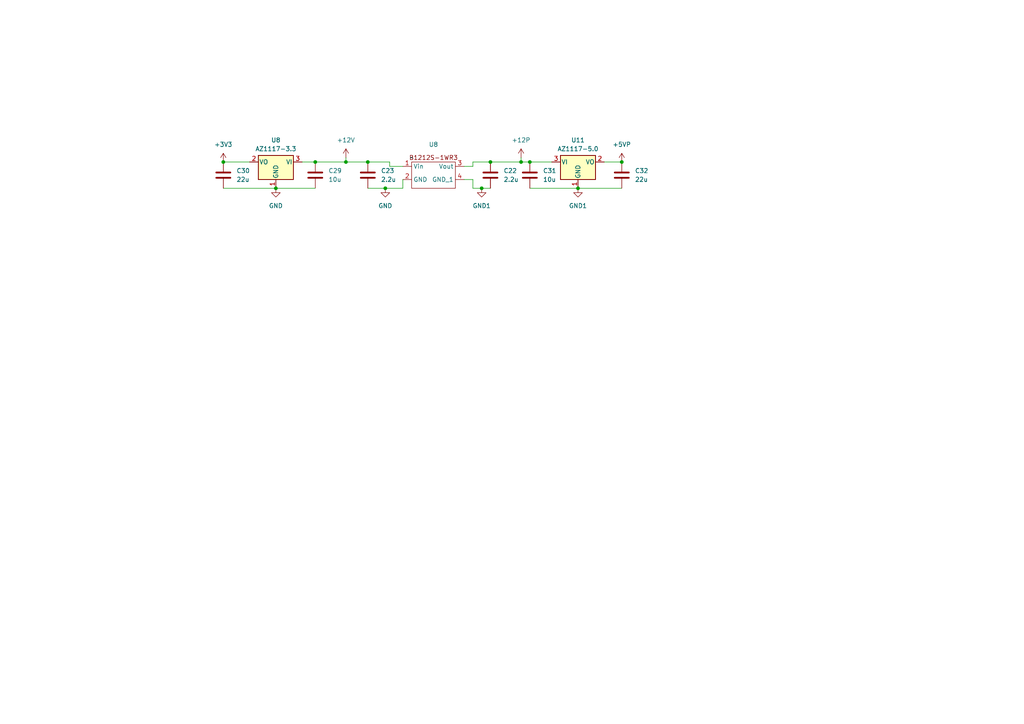
<source format=kicad_sch>
(kicad_sch (version 20230121) (generator eeschema)

  (uuid 8118a6ed-210d-43bd-99cd-dd4b574b5b68)

  (paper "A4")

  (lib_symbols
    (symbol "DC-DC-isolated:B0312S-1WR3" (in_bom yes) (on_board yes)
      (property "Reference" "U" (at 0 2.54 0)
        (effects (font (size 1.27 1.27)))
      )
      (property "Value" "" (at 0 0 0)
        (effects (font (size 1.27 1.27)))
      )
      (property "Footprint" "" (at 0 0 0)
        (effects (font (size 1.27 1.27)) hide)
      )
      (property "Datasheet" "" (at 0 0 0)
        (effects (font (size 1.27 1.27)) hide)
      )
      (symbol "B0312S-1WR3_0_1"
        (rectangle (start 0 -1.27) (end 12.7 -8.89)
          (stroke (width 0) (type default))
          (fill (type none))
        )
      )
      (symbol "B0312S-1WR3_1_1"
        (text "B1212S-1WR3" (at 6.35 0 0)
          (effects (font (size 1.27 1.27)))
        )
        (pin input line (at -2.54 -2.54 0) (length 2.54)
          (name "Vin" (effects (font (size 1.27 1.27))))
          (number "1" (effects (font (size 1.27 1.27))))
        )
        (pin input line (at -2.54 -6.35 0) (length 2.54)
          (name "GND" (effects (font (size 1.27 1.27))))
          (number "2" (effects (font (size 1.27 1.27))))
        )
        (pin input line (at 15.24 -2.54 180) (length 2.54)
          (name "Vout" (effects (font (size 1.27 1.27))))
          (number "3" (effects (font (size 1.27 1.27))))
        )
        (pin input line (at 15.24 -6.35 180) (length 2.54)
          (name "GND_1" (effects (font (size 1.27 1.27))))
          (number "4" (effects (font (size 1.27 1.27))))
        )
      )
    )
    (symbol "Device:C" (pin_numbers hide) (pin_names (offset 0.254)) (in_bom yes) (on_board yes)
      (property "Reference" "C" (at 0.635 2.54 0)
        (effects (font (size 1.27 1.27)) (justify left))
      )
      (property "Value" "C" (at 0.635 -2.54 0)
        (effects (font (size 1.27 1.27)) (justify left))
      )
      (property "Footprint" "" (at 0.9652 -3.81 0)
        (effects (font (size 1.27 1.27)) hide)
      )
      (property "Datasheet" "~" (at 0 0 0)
        (effects (font (size 1.27 1.27)) hide)
      )
      (property "ki_keywords" "cap capacitor" (at 0 0 0)
        (effects (font (size 1.27 1.27)) hide)
      )
      (property "ki_description" "Unpolarized capacitor" (at 0 0 0)
        (effects (font (size 1.27 1.27)) hide)
      )
      (property "ki_fp_filters" "C_*" (at 0 0 0)
        (effects (font (size 1.27 1.27)) hide)
      )
      (symbol "C_0_1"
        (polyline
          (pts
            (xy -2.032 -0.762)
            (xy 2.032 -0.762)
          )
          (stroke (width 0.508) (type default))
          (fill (type none))
        )
        (polyline
          (pts
            (xy -2.032 0.762)
            (xy 2.032 0.762)
          )
          (stroke (width 0.508) (type default))
          (fill (type none))
        )
      )
      (symbol "C_1_1"
        (pin passive line (at 0 3.81 270) (length 2.794)
          (name "~" (effects (font (size 1.27 1.27))))
          (number "1" (effects (font (size 1.27 1.27))))
        )
        (pin passive line (at 0 -3.81 90) (length 2.794)
          (name "~" (effects (font (size 1.27 1.27))))
          (number "2" (effects (font (size 1.27 1.27))))
        )
      )
    )
    (symbol "Regulator_Linear:AZ1117-3.3" (pin_names (offset 0.254)) (in_bom yes) (on_board yes)
      (property "Reference" "U" (at -3.81 3.175 0)
        (effects (font (size 1.27 1.27)))
      )
      (property "Value" "AZ1117-3.3" (at 0 3.175 0)
        (effects (font (size 1.27 1.27)) (justify left))
      )
      (property "Footprint" "" (at 0 6.35 0)
        (effects (font (size 1.27 1.27) italic) hide)
      )
      (property "Datasheet" "https://www.diodes.com/assets/Datasheets/AZ1117.pdf" (at 0 0 0)
        (effects (font (size 1.27 1.27)) hide)
      )
      (property "ki_keywords" "Fixed Voltage Regulator 1A Positive LDO" (at 0 0 0)
        (effects (font (size 1.27 1.27)) hide)
      )
      (property "ki_description" "1A 20V Fixed LDO Linear Regulator, 3.3V, SOT-89/SOT-223/TO-220/TO-252/TO-263" (at 0 0 0)
        (effects (font (size 1.27 1.27)) hide)
      )
      (property "ki_fp_filters" "SOT?223* SOT?89* TO?220* TO?252* TO?263*" (at 0 0 0)
        (effects (font (size 1.27 1.27)) hide)
      )
      (symbol "AZ1117-3.3_0_1"
        (rectangle (start -5.08 1.905) (end 5.08 -5.08)
          (stroke (width 0.254) (type default))
          (fill (type background))
        )
      )
      (symbol "AZ1117-3.3_1_1"
        (pin power_in line (at 0 -7.62 90) (length 2.54)
          (name "GND" (effects (font (size 1.27 1.27))))
          (number "1" (effects (font (size 1.27 1.27))))
        )
        (pin power_out line (at 7.62 0 180) (length 2.54)
          (name "VO" (effects (font (size 1.27 1.27))))
          (number "2" (effects (font (size 1.27 1.27))))
        )
        (pin power_in line (at -7.62 0 0) (length 2.54)
          (name "VI" (effects (font (size 1.27 1.27))))
          (number "3" (effects (font (size 1.27 1.27))))
        )
      )
    )
    (symbol "Regulator_Linear:AZ1117-5.0" (pin_names (offset 0.254)) (in_bom yes) (on_board yes)
      (property "Reference" "U" (at -3.81 3.175 0)
        (effects (font (size 1.27 1.27)))
      )
      (property "Value" "AZ1117-5.0" (at 0 3.175 0)
        (effects (font (size 1.27 1.27)) (justify left))
      )
      (property "Footprint" "" (at 0 6.35 0)
        (effects (font (size 1.27 1.27) italic) hide)
      )
      (property "Datasheet" "https://www.diodes.com/assets/Datasheets/AZ1117.pdf" (at 0 0 0)
        (effects (font (size 1.27 1.27)) hide)
      )
      (property "ki_keywords" "Fixed Voltage Regulator 1A Positive LDO" (at 0 0 0)
        (effects (font (size 1.27 1.27)) hide)
      )
      (property "ki_description" "1A 20V Fixed LDO Linear Regulator, 5.0V, SOT-89/SOT-223/TO-220/TO-252/TO-263" (at 0 0 0)
        (effects (font (size 1.27 1.27)) hide)
      )
      (property "ki_fp_filters" "SOT?223* SOT?89* TO?220* TO?252* TO?263*" (at 0 0 0)
        (effects (font (size 1.27 1.27)) hide)
      )
      (symbol "AZ1117-5.0_0_1"
        (rectangle (start -5.08 1.905) (end 5.08 -5.08)
          (stroke (width 0.254) (type default))
          (fill (type background))
        )
      )
      (symbol "AZ1117-5.0_1_1"
        (pin power_in line (at 0 -7.62 90) (length 2.54)
          (name "GND" (effects (font (size 1.27 1.27))))
          (number "1" (effects (font (size 1.27 1.27))))
        )
        (pin power_out line (at 7.62 0 180) (length 2.54)
          (name "VO" (effects (font (size 1.27 1.27))))
          (number "2" (effects (font (size 1.27 1.27))))
        )
        (pin power_in line (at -7.62 0 0) (length 2.54)
          (name "VI" (effects (font (size 1.27 1.27))))
          (number "3" (effects (font (size 1.27 1.27))))
        )
      )
    )
    (symbol "power:+12P" (power) (pin_names (offset 0)) (in_bom yes) (on_board yes)
      (property "Reference" "#PWR" (at 0 -3.81 0)
        (effects (font (size 1.27 1.27)) hide)
      )
      (property "Value" "+12P" (at 0 3.556 0)
        (effects (font (size 1.27 1.27)))
      )
      (property "Footprint" "" (at 0 0 0)
        (effects (font (size 1.27 1.27)) hide)
      )
      (property "Datasheet" "" (at 0 0 0)
        (effects (font (size 1.27 1.27)) hide)
      )
      (property "ki_keywords" "global power" (at 0 0 0)
        (effects (font (size 1.27 1.27)) hide)
      )
      (property "ki_description" "Power symbol creates a global label with name \"+12P\"" (at 0 0 0)
        (effects (font (size 1.27 1.27)) hide)
      )
      (symbol "+12P_0_1"
        (polyline
          (pts
            (xy -0.762 1.27)
            (xy 0 2.54)
          )
          (stroke (width 0) (type default))
          (fill (type none))
        )
        (polyline
          (pts
            (xy 0 0)
            (xy 0 2.54)
          )
          (stroke (width 0) (type default))
          (fill (type none))
        )
        (polyline
          (pts
            (xy 0 2.54)
            (xy 0.762 1.27)
          )
          (stroke (width 0) (type default))
          (fill (type none))
        )
      )
      (symbol "+12P_1_1"
        (pin power_in line (at 0 0 90) (length 0) hide
          (name "+12P" (effects (font (size 1.27 1.27))))
          (number "1" (effects (font (size 1.27 1.27))))
        )
      )
    )
    (symbol "power:+12V" (power) (pin_names (offset 0)) (in_bom yes) (on_board yes)
      (property "Reference" "#PWR" (at 0 -3.81 0)
        (effects (font (size 1.27 1.27)) hide)
      )
      (property "Value" "+12V" (at 0 3.556 0)
        (effects (font (size 1.27 1.27)))
      )
      (property "Footprint" "" (at 0 0 0)
        (effects (font (size 1.27 1.27)) hide)
      )
      (property "Datasheet" "" (at 0 0 0)
        (effects (font (size 1.27 1.27)) hide)
      )
      (property "ki_keywords" "global power" (at 0 0 0)
        (effects (font (size 1.27 1.27)) hide)
      )
      (property "ki_description" "Power symbol creates a global label with name \"+12V\"" (at 0 0 0)
        (effects (font (size 1.27 1.27)) hide)
      )
      (symbol "+12V_0_1"
        (polyline
          (pts
            (xy -0.762 1.27)
            (xy 0 2.54)
          )
          (stroke (width 0) (type default))
          (fill (type none))
        )
        (polyline
          (pts
            (xy 0 0)
            (xy 0 2.54)
          )
          (stroke (width 0) (type default))
          (fill (type none))
        )
        (polyline
          (pts
            (xy 0 2.54)
            (xy 0.762 1.27)
          )
          (stroke (width 0) (type default))
          (fill (type none))
        )
      )
      (symbol "+12V_1_1"
        (pin power_in line (at 0 0 90) (length 0) hide
          (name "+12V" (effects (font (size 1.27 1.27))))
          (number "1" (effects (font (size 1.27 1.27))))
        )
      )
    )
    (symbol "power:+3V3" (power) (pin_names (offset 0)) (in_bom yes) (on_board yes)
      (property "Reference" "#PWR" (at 0 -3.81 0)
        (effects (font (size 1.27 1.27)) hide)
      )
      (property "Value" "+3V3" (at 0 3.556 0)
        (effects (font (size 1.27 1.27)))
      )
      (property "Footprint" "" (at 0 0 0)
        (effects (font (size 1.27 1.27)) hide)
      )
      (property "Datasheet" "" (at 0 0 0)
        (effects (font (size 1.27 1.27)) hide)
      )
      (property "ki_keywords" "global power" (at 0 0 0)
        (effects (font (size 1.27 1.27)) hide)
      )
      (property "ki_description" "Power symbol creates a global label with name \"+3V3\"" (at 0 0 0)
        (effects (font (size 1.27 1.27)) hide)
      )
      (symbol "+3V3_0_1"
        (polyline
          (pts
            (xy -0.762 1.27)
            (xy 0 2.54)
          )
          (stroke (width 0) (type default))
          (fill (type none))
        )
        (polyline
          (pts
            (xy 0 0)
            (xy 0 2.54)
          )
          (stroke (width 0) (type default))
          (fill (type none))
        )
        (polyline
          (pts
            (xy 0 2.54)
            (xy 0.762 1.27)
          )
          (stroke (width 0) (type default))
          (fill (type none))
        )
      )
      (symbol "+3V3_1_1"
        (pin power_in line (at 0 0 90) (length 0) hide
          (name "+3V3" (effects (font (size 1.27 1.27))))
          (number "1" (effects (font (size 1.27 1.27))))
        )
      )
    )
    (symbol "power:+5VP" (power) (pin_names (offset 0)) (in_bom yes) (on_board yes)
      (property "Reference" "#PWR" (at 0 -3.81 0)
        (effects (font (size 1.27 1.27)) hide)
      )
      (property "Value" "+5VP" (at 0 3.556 0)
        (effects (font (size 1.27 1.27)))
      )
      (property "Footprint" "" (at 0 0 0)
        (effects (font (size 1.27 1.27)) hide)
      )
      (property "Datasheet" "" (at 0 0 0)
        (effects (font (size 1.27 1.27)) hide)
      )
      (property "ki_keywords" "global power" (at 0 0 0)
        (effects (font (size 1.27 1.27)) hide)
      )
      (property "ki_description" "Power symbol creates a global label with name \"+5VP\"" (at 0 0 0)
        (effects (font (size 1.27 1.27)) hide)
      )
      (symbol "+5VP_0_1"
        (polyline
          (pts
            (xy -0.762 1.27)
            (xy 0 2.54)
          )
          (stroke (width 0) (type default))
          (fill (type none))
        )
        (polyline
          (pts
            (xy 0 0)
            (xy 0 2.54)
          )
          (stroke (width 0) (type default))
          (fill (type none))
        )
        (polyline
          (pts
            (xy 0 2.54)
            (xy 0.762 1.27)
          )
          (stroke (width 0) (type default))
          (fill (type none))
        )
      )
      (symbol "+5VP_1_1"
        (pin power_in line (at 0 0 90) (length 0) hide
          (name "+5VP" (effects (font (size 1.27 1.27))))
          (number "1" (effects (font (size 1.27 1.27))))
        )
      )
    )
    (symbol "power:GND" (power) (pin_names (offset 0)) (in_bom yes) (on_board yes)
      (property "Reference" "#PWR" (at 0 -6.35 0)
        (effects (font (size 1.27 1.27)) hide)
      )
      (property "Value" "GND" (at 0 -3.81 0)
        (effects (font (size 1.27 1.27)))
      )
      (property "Footprint" "" (at 0 0 0)
        (effects (font (size 1.27 1.27)) hide)
      )
      (property "Datasheet" "" (at 0 0 0)
        (effects (font (size 1.27 1.27)) hide)
      )
      (property "ki_keywords" "global power" (at 0 0 0)
        (effects (font (size 1.27 1.27)) hide)
      )
      (property "ki_description" "Power symbol creates a global label with name \"GND\" , ground" (at 0 0 0)
        (effects (font (size 1.27 1.27)) hide)
      )
      (symbol "GND_0_1"
        (polyline
          (pts
            (xy 0 0)
            (xy 0 -1.27)
            (xy 1.27 -1.27)
            (xy 0 -2.54)
            (xy -1.27 -1.27)
            (xy 0 -1.27)
          )
          (stroke (width 0) (type default))
          (fill (type none))
        )
      )
      (symbol "GND_1_1"
        (pin power_in line (at 0 0 270) (length 0) hide
          (name "GND" (effects (font (size 1.27 1.27))))
          (number "1" (effects (font (size 1.27 1.27))))
        )
      )
    )
    (symbol "power:GND1" (power) (pin_names (offset 0)) (in_bom yes) (on_board yes)
      (property "Reference" "#PWR" (at 0 -6.35 0)
        (effects (font (size 1.27 1.27)) hide)
      )
      (property "Value" "GND1" (at 0 -3.81 0)
        (effects (font (size 1.27 1.27)))
      )
      (property "Footprint" "" (at 0 0 0)
        (effects (font (size 1.27 1.27)) hide)
      )
      (property "Datasheet" "" (at 0 0 0)
        (effects (font (size 1.27 1.27)) hide)
      )
      (property "ki_keywords" "global power" (at 0 0 0)
        (effects (font (size 1.27 1.27)) hide)
      )
      (property "ki_description" "Power symbol creates a global label with name \"GND1\" , ground" (at 0 0 0)
        (effects (font (size 1.27 1.27)) hide)
      )
      (symbol "GND1_0_1"
        (polyline
          (pts
            (xy 0 0)
            (xy 0 -1.27)
            (xy 1.27 -1.27)
            (xy 0 -2.54)
            (xy -1.27 -1.27)
            (xy 0 -1.27)
          )
          (stroke (width 0) (type default))
          (fill (type none))
        )
      )
      (symbol "GND1_1_1"
        (pin power_in line (at 0 0 270) (length 0) hide
          (name "GND1" (effects (font (size 1.27 1.27))))
          (number "1" (effects (font (size 1.27 1.27))))
        )
      )
    )
  )

  (junction (at 180.34 46.99) (diameter 0) (color 0 0 0 0)
    (uuid 0a299508-b14b-4b99-921e-0462b1fe00f7)
  )
  (junction (at 111.76 54.61) (diameter 0) (color 0 0 0 0)
    (uuid 1fe1c082-66de-481d-8987-f685404cdd7f)
  )
  (junction (at 80.01 54.61) (diameter 0) (color 0 0 0 0)
    (uuid 3b1f6698-22a8-4008-a844-0db7567581aa)
  )
  (junction (at 151.13 46.99) (diameter 0) (color 0 0 0 0)
    (uuid 5d30b25c-43b4-4b33-84dd-db45f0a2ee20)
  )
  (junction (at 106.68 46.99) (diameter 0) (color 0 0 0 0)
    (uuid 7a3a4b96-a8f4-4204-a9ac-e506a85740bc)
  )
  (junction (at 64.77 46.99) (diameter 0) (color 0 0 0 0)
    (uuid 924b8597-e255-4860-9f09-84ae25593e25)
  )
  (junction (at 167.64 54.61) (diameter 0) (color 0 0 0 0)
    (uuid bac3c14a-d20e-450a-8448-610de438a297)
  )
  (junction (at 142.24 46.99) (diameter 0) (color 0 0 0 0)
    (uuid bde98553-6421-4a77-bbc6-f498f3e10c3b)
  )
  (junction (at 91.44 46.99) (diameter 0) (color 0 0 0 0)
    (uuid d3549a15-f99c-4b74-8f21-aaa2e0504132)
  )
  (junction (at 153.67 46.99) (diameter 0) (color 0 0 0 0)
    (uuid e63b97aa-10a1-4281-aa4a-6a9185bd687c)
  )
  (junction (at 100.33 46.99) (diameter 0) (color 0 0 0 0)
    (uuid e940e74c-23a7-4e38-afde-bd86ee1d54bb)
  )
  (junction (at 139.7 54.61) (diameter 0) (color 0 0 0 0)
    (uuid f17e2e57-5360-42b7-bea9-d978a8a0d776)
  )

  (wire (pts (xy 137.16 46.99) (xy 142.24 46.99))
    (stroke (width 0) (type default))
    (uuid 1222b076-fbef-4c93-9381-54ec1d0a7139)
  )
  (wire (pts (xy 116.84 52.07) (xy 116.84 54.61))
    (stroke (width 0) (type default))
    (uuid 19692bda-bcf5-40ef-8c89-b1f3cf91cc2f)
  )
  (wire (pts (xy 64.77 54.61) (xy 80.01 54.61))
    (stroke (width 0) (type default))
    (uuid 1bb4c7e6-d936-491a-983b-3bf33edc43fc)
  )
  (wire (pts (xy 80.01 54.61) (xy 91.44 54.61))
    (stroke (width 0) (type default))
    (uuid 1bd5f57e-de66-4797-95ca-687348654472)
  )
  (wire (pts (xy 113.03 48.26) (xy 113.03 46.99))
    (stroke (width 0) (type default))
    (uuid 2fad7b67-9caa-4e8c-9ba7-07c17f34ab61)
  )
  (wire (pts (xy 142.24 54.61) (xy 139.7 54.61))
    (stroke (width 0) (type default))
    (uuid 3238562d-b764-462d-8c2e-23704046144c)
  )
  (wire (pts (xy 137.16 52.07) (xy 134.62 52.07))
    (stroke (width 0) (type default))
    (uuid 3f5b1fcc-dbba-49ed-ab21-ad3221c8e455)
  )
  (wire (pts (xy 91.44 46.99) (xy 100.33 46.99))
    (stroke (width 0) (type default))
    (uuid 45998896-b36b-4325-a869-5cf612f7508d)
  )
  (wire (pts (xy 100.33 45.72) (xy 100.33 46.99))
    (stroke (width 0) (type default))
    (uuid 460faae2-1a8b-4062-901f-c47d40f4a82b)
  )
  (wire (pts (xy 151.13 45.72) (xy 151.13 46.99))
    (stroke (width 0) (type default))
    (uuid 55e6c24b-c868-496f-bb57-7964c280c4d2)
  )
  (wire (pts (xy 100.33 46.99) (xy 106.68 46.99))
    (stroke (width 0) (type default))
    (uuid 56f10c58-b8e6-4cc5-8da1-2dc8e3ee4f8e)
  )
  (wire (pts (xy 137.16 54.61) (xy 137.16 52.07))
    (stroke (width 0) (type default))
    (uuid 5e4fef96-531b-4dc6-af1f-0b7a77bd7c3a)
  )
  (wire (pts (xy 137.16 48.26) (xy 137.16 46.99))
    (stroke (width 0) (type default))
    (uuid 605627ce-37ec-4173-a638-a6f0ffb0a495)
  )
  (wire (pts (xy 167.64 54.61) (xy 180.34 54.61))
    (stroke (width 0) (type default))
    (uuid 671122d8-31a3-4069-b0f5-70eef4ecd78d)
  )
  (wire (pts (xy 153.67 54.61) (xy 167.64 54.61))
    (stroke (width 0) (type default))
    (uuid 7408b76c-8300-49d2-b032-cc6e4e2513c4)
  )
  (wire (pts (xy 153.67 46.99) (xy 160.02 46.99))
    (stroke (width 0) (type default))
    (uuid 874800cb-549b-4c4e-ab26-782bd784e5ea)
  )
  (wire (pts (xy 116.84 54.61) (xy 111.76 54.61))
    (stroke (width 0) (type default))
    (uuid 95968d78-0536-41c9-83b2-36a164a0fcd4)
  )
  (wire (pts (xy 87.63 46.99) (xy 91.44 46.99))
    (stroke (width 0) (type default))
    (uuid 987293ca-0148-4b75-bb37-c01780562e58)
  )
  (wire (pts (xy 175.26 46.99) (xy 180.34 46.99))
    (stroke (width 0) (type default))
    (uuid 9fa46cb0-f2b9-4f42-a477-f2c06c6117d3)
  )
  (wire (pts (xy 64.77 46.99) (xy 72.39 46.99))
    (stroke (width 0) (type default))
    (uuid b9a0edab-887c-436c-91c2-4b066bd4ebbd)
  )
  (wire (pts (xy 111.76 54.61) (xy 106.68 54.61))
    (stroke (width 0) (type default))
    (uuid ce535be5-0ec8-4b80-8c98-cc6a8eac10a1)
  )
  (wire (pts (xy 142.24 46.99) (xy 151.13 46.99))
    (stroke (width 0) (type default))
    (uuid dace6645-e48c-4f16-967b-d75460e47eae)
  )
  (wire (pts (xy 139.7 54.61) (xy 137.16 54.61))
    (stroke (width 0) (type default))
    (uuid df0a0135-bdea-41bb-9198-b7e599eaf3f7)
  )
  (wire (pts (xy 151.13 46.99) (xy 153.67 46.99))
    (stroke (width 0) (type default))
    (uuid e81c2be6-b0a8-420f-bdc7-e023f0e3bd4a)
  )
  (wire (pts (xy 134.62 48.26) (xy 137.16 48.26))
    (stroke (width 0) (type default))
    (uuid ed6e4d48-29da-4349-959d-3f477c9c5682)
  )
  (wire (pts (xy 116.84 48.26) (xy 113.03 48.26))
    (stroke (width 0) (type default))
    (uuid ee110203-18c8-4b84-80cc-654f15461ace)
  )
  (wire (pts (xy 106.68 46.99) (xy 113.03 46.99))
    (stroke (width 0) (type default))
    (uuid fc7934da-0ccb-406e-ac20-da73ac4df5dd)
  )

  (symbol (lib_id "Device:C") (at 180.34 50.8 0) (unit 1)
    (in_bom yes) (on_board yes) (dnp no) (fields_autoplaced)
    (uuid 115e5a7d-e250-4709-9cc7-0e3da15f225b)
    (property "Reference" "C32" (at 184.15 49.53 0)
      (effects (font (size 1.27 1.27)) (justify left))
    )
    (property "Value" "22u" (at 184.15 52.07 0)
      (effects (font (size 1.27 1.27)) (justify left))
    )
    (property "Footprint" "Capacitor_SMD:C_0603_1608Metric" (at 181.3052 54.61 0)
      (effects (font (size 1.27 1.27)) hide)
    )
    (property "Datasheet" "~" (at 180.34 50.8 0)
      (effects (font (size 1.27 1.27)) hide)
    )
    (property "MANUFACTURER" "KYOCERA AVX" (at 180.34 50.8 0)
      (effects (font (size 1.27 1.27)) hide)
    )
    (property "MP" "KGM15CR51C226MT" (at 180.34 50.8 0)
      (effects (font (size 1.27 1.27)) hide)
    )
    (property "Price" ".42" (at 180.34 50.8 0)
      (effects (font (size 1.27 1.27)) hide)
    )
    (property "Purchase-URL" "https://www.digikey.com/en/products/detail/kyocera-avx/KGM15CR51C226MT/17866383" (at 180.34 50.8 0)
      (effects (font (size 1.27 1.27)) hide)
    )
    (pin "2" (uuid 67dd7607-865e-4a83-a979-bd78e5112df8))
    (pin "1" (uuid ba37f03d-36f6-4b45-bf5e-c4bdd6eac813))
    (instances
      (project "BOAT_PRECHARGE"
        (path "/c4ed734f-176c-45d7-ab79-c9e7fb5edfed/d78e2912-80dd-49e0-96da-776aa1ded561"
          (reference "C32") (unit 1)
        )
      )
    )
  )

  (symbol (lib_id "Device:C") (at 64.77 50.8 0) (unit 1)
    (in_bom yes) (on_board yes) (dnp no) (fields_autoplaced)
    (uuid 4b09b277-b511-4d8c-be48-c8fb2c65e16d)
    (property "Reference" "C30" (at 68.58 49.53 0)
      (effects (font (size 1.27 1.27)) (justify left))
    )
    (property "Value" "22u" (at 68.58 52.07 0)
      (effects (font (size 1.27 1.27)) (justify left))
    )
    (property "Footprint" "Capacitor_SMD:C_0603_1608Metric" (at 65.7352 54.61 0)
      (effects (font (size 1.27 1.27)) hide)
    )
    (property "Datasheet" "~" (at 64.77 50.8 0)
      (effects (font (size 1.27 1.27)) hide)
    )
    (property "MANUFACTURER" "KYOCERA AVX" (at 64.77 50.8 0)
      (effects (font (size 1.27 1.27)) hide)
    )
    (property "MP" "KGM15CR51C226MT" (at 64.77 50.8 0)
      (effects (font (size 1.27 1.27)) hide)
    )
    (property "Price" ".42" (at 64.77 50.8 0)
      (effects (font (size 1.27 1.27)) hide)
    )
    (property "Purchase-URL" "https://www.digikey.com/en/products/detail/kyocera-avx/KGM15CR51C226MT/17866383" (at 64.77 50.8 0)
      (effects (font (size 1.27 1.27)) hide)
    )
    (pin "2" (uuid afea4fbb-297a-4139-9db8-1f01be7c7959))
    (pin "1" (uuid 8068c255-509a-4a6d-b135-ab6d7c3afc63))
    (instances
      (project "BOAT_PRECHARGE"
        (path "/c4ed734f-176c-45d7-ab79-c9e7fb5edfed/d78e2912-80dd-49e0-96da-776aa1ded561"
          (reference "C30") (unit 1)
        )
      )
    )
  )

  (symbol (lib_id "DC-DC-isolated:B0312S-1WR3") (at 119.38 45.72 0) (unit 1)
    (in_bom yes) (on_board yes) (dnp no) (fields_autoplaced)
    (uuid 67c42823-619c-44d4-a00c-14073dbac04d)
    (property "Reference" "U8" (at 125.73 41.91 0)
      (effects (font (size 1.27 1.27)))
    )
    (property "Value" "~" (at 119.38 45.72 0)
      (effects (font (size 1.27 1.27)))
    )
    (property "Footprint" "BOAT_PRECHARGE:B1212S-1WR3" (at 119.38 45.72 0)
      (effects (font (size 1.27 1.27)) hide)
    )
    (property "Datasheet" "" (at 119.38 45.72 0)
      (effects (font (size 1.27 1.27)) hide)
    )
    (property "MANUFACTURER" "Morsun" (at 119.38 45.72 0)
      (effects (font (size 1.27 1.27)) hide)
    )
    (property "MP" "B1212S-1WR3" (at 119.38 45.72 0)
      (effects (font (size 1.27 1.27)) hide)
    )
    (property "Price" "2.91" (at 119.38 45.72 0)
      (effects (font (size 1.27 1.27)) hide)
    )
    (property "Purchase-URL" "https://www.digikey.com/en/products/detail/mornsun-america-llc/B1212S-1WR3/13968708?s=N4IgTCBcDaIEIEYxIMoFoEHUBKBmEAugL5A" (at 119.38 45.72 0)
      (effects (font (size 1.27 1.27)) hide)
    )
    (pin "1" (uuid fb7ec703-63cf-4a16-9883-eafb8e80ac2b))
    (pin "4" (uuid 6c731dd8-b9f9-4912-9ace-0e6dd27d1c75))
    (pin "3" (uuid e1909914-2665-43d7-bd66-0d4a549ba291))
    (pin "2" (uuid fdcfd421-0ec7-46d0-a6bc-82e58c196994))
    (instances
      (project "BOAT_PRECHARGE"
        (path "/c4ed734f-176c-45d7-ab79-c9e7fb5edfed/f99c2136-de3a-4668-9b1c-1f764092685b"
          (reference "U8") (unit 1)
        )
        (path "/c4ed734f-176c-45d7-ab79-c9e7fb5edfed/d78e2912-80dd-49e0-96da-776aa1ded561"
          (reference "U9") (unit 1)
        )
      )
    )
  )

  (symbol (lib_id "power:GND1") (at 167.64 54.61 0) (unit 1)
    (in_bom yes) (on_board yes) (dnp no) (fields_autoplaced)
    (uuid 6db34a46-ecba-4e10-9a6c-95ee6ff0fa08)
    (property "Reference" "#PWR074" (at 167.64 60.96 0)
      (effects (font (size 1.27 1.27)) hide)
    )
    (property "Value" "GND1" (at 167.64 59.69 0)
      (effects (font (size 1.27 1.27)))
    )
    (property "Footprint" "" (at 167.64 54.61 0)
      (effects (font (size 1.27 1.27)) hide)
    )
    (property "Datasheet" "" (at 167.64 54.61 0)
      (effects (font (size 1.27 1.27)) hide)
    )
    (pin "1" (uuid 01134fbe-c46e-4fb8-b81b-2f143f3574af))
    (instances
      (project "BOAT_PRECHARGE"
        (path "/c4ed734f-176c-45d7-ab79-c9e7fb5edfed/d78e2912-80dd-49e0-96da-776aa1ded561"
          (reference "#PWR074") (unit 1)
        )
      )
    )
  )

  (symbol (lib_id "Device:C") (at 91.44 50.8 0) (unit 1)
    (in_bom yes) (on_board yes) (dnp no) (fields_autoplaced)
    (uuid 70566d7d-0563-45fb-bac6-57ab3e8552ee)
    (property "Reference" "C29" (at 95.25 49.53 0)
      (effects (font (size 1.27 1.27)) (justify left))
    )
    (property "Value" "10u" (at 95.25 52.07 0)
      (effects (font (size 1.27 1.27)) (justify left))
    )
    (property "Footprint" "Capacitor_SMD:C_0603_1608Metric" (at 92.4052 54.61 0)
      (effects (font (size 1.27 1.27)) hide)
    )
    (property "Datasheet" "~" (at 91.44 50.8 0)
      (effects (font (size 1.27 1.27)) hide)
    )
    (property "MANUFACTURER" "Murata" (at 91.44 50.8 0)
      (effects (font (size 1.27 1.27)) hide)
    )
    (property "MP" "GRM188C81C106MA73D" (at 91.44 50.8 0)
      (effects (font (size 1.27 1.27)) hide)
    )
    (property "Price" ".25" (at 91.44 50.8 0)
      (effects (font (size 1.27 1.27)) hide)
    )
    (property "Purchase-URL" "https://www.digikey.com/en/products/detail/murata-electronics/GRM188C81C106MA73D/3900463" (at 91.44 50.8 0)
      (effects (font (size 1.27 1.27)) hide)
    )
    (pin "2" (uuid c46854a5-5ee2-451d-8353-05c370346be6))
    (pin "1" (uuid 6b37467e-ef56-4710-ae14-c09f9ecbb801))
    (instances
      (project "BOAT_PRECHARGE"
        (path "/c4ed734f-176c-45d7-ab79-c9e7fb5edfed/d78e2912-80dd-49e0-96da-776aa1ded561"
          (reference "C29") (unit 1)
        )
      )
    )
  )

  (symbol (lib_id "power:GND") (at 80.01 54.61 0) (unit 1)
    (in_bom yes) (on_board yes) (dnp no) (fields_autoplaced)
    (uuid 706673f8-aef0-4634-8acf-dbbe47c46292)
    (property "Reference" "#PWR072" (at 80.01 60.96 0)
      (effects (font (size 1.27 1.27)) hide)
    )
    (property "Value" "GND" (at 80.01 59.69 0)
      (effects (font (size 1.27 1.27)))
    )
    (property "Footprint" "" (at 80.01 54.61 0)
      (effects (font (size 1.27 1.27)) hide)
    )
    (property "Datasheet" "" (at 80.01 54.61 0)
      (effects (font (size 1.27 1.27)) hide)
    )
    (pin "1" (uuid 836f5959-ea9a-4ae0-9a10-64c2f440b9d7))
    (instances
      (project "BOAT_PRECHARGE"
        (path "/c4ed734f-176c-45d7-ab79-c9e7fb5edfed/d78e2912-80dd-49e0-96da-776aa1ded561"
          (reference "#PWR072") (unit 1)
        )
      )
    )
  )

  (symbol (lib_id "Device:C") (at 106.68 50.8 0) (unit 1)
    (in_bom yes) (on_board yes) (dnp no) (fields_autoplaced)
    (uuid 7ac9f5af-a55d-44a1-a2cd-496ada945b8b)
    (property "Reference" "C23" (at 110.49 49.53 0)
      (effects (font (size 1.27 1.27)) (justify left))
    )
    (property "Value" "2.2u" (at 110.49 52.07 0)
      (effects (font (size 1.27 1.27)) (justify left))
    )
    (property "Footprint" "Capacitor_SMD:C_0603_1608Metric" (at 107.6452 54.61 0)
      (effects (font (size 1.27 1.27)) hide)
    )
    (property "Datasheet" "~" (at 106.68 50.8 0)
      (effects (font (size 1.27 1.27)) hide)
    )
    (property "MANUFACTURER" "Samsung" (at 106.68 50.8 0)
      (effects (font (size 1.27 1.27)) hide)
    )
    (property "MP" "CL10A225KO8NNNC" (at 106.68 50.8 0)
      (effects (font (size 1.27 1.27)) hide)
    )
    (property "Price" ".10" (at 106.68 50.8 0)
      (effects (font (size 1.27 1.27)) hide)
    )
    (property "Purchase-URL" "https://www.digikey.com/en/products/detail/samsung-electro-mechanics/CL10A225KO8NNNC/3886698" (at 106.68 50.8 0)
      (effects (font (size 1.27 1.27)) hide)
    )
    (pin "2" (uuid 8cac2ae2-9667-4b0e-819a-31be194925d2))
    (pin "1" (uuid 96c06c23-eb7c-4764-a3b4-5d63f6dd46e8))
    (instances
      (project "BOAT_PRECHARGE"
        (path "/c4ed734f-176c-45d7-ab79-c9e7fb5edfed/d78e2912-80dd-49e0-96da-776aa1ded561"
          (reference "C23") (unit 1)
        )
      )
    )
  )

  (symbol (lib_id "power:GND") (at 111.76 54.61 0) (unit 1)
    (in_bom yes) (on_board yes) (dnp no) (fields_autoplaced)
    (uuid 7fc4810e-8418-4153-96c6-11a11bf19341)
    (property "Reference" "#PWR054" (at 111.76 60.96 0)
      (effects (font (size 1.27 1.27)) hide)
    )
    (property "Value" "GND" (at 111.76 59.69 0)
      (effects (font (size 1.27 1.27)))
    )
    (property "Footprint" "" (at 111.76 54.61 0)
      (effects (font (size 1.27 1.27)) hide)
    )
    (property "Datasheet" "" (at 111.76 54.61 0)
      (effects (font (size 1.27 1.27)) hide)
    )
    (pin "1" (uuid bbd72061-20fd-4aaa-9269-6e9256e45239))
    (instances
      (project "BOAT_PRECHARGE"
        (path "/c4ed734f-176c-45d7-ab79-c9e7fb5edfed/d78e2912-80dd-49e0-96da-776aa1ded561"
          (reference "#PWR054") (unit 1)
        )
      )
    )
  )

  (symbol (lib_id "power:+5VP") (at 180.34 46.99 0) (unit 1)
    (in_bom yes) (on_board yes) (dnp no) (fields_autoplaced)
    (uuid 94c24eab-c402-4fee-975e-09c6f7260126)
    (property "Reference" "#PWR075" (at 180.34 50.8 0)
      (effects (font (size 1.27 1.27)) hide)
    )
    (property "Value" "+5VP" (at 180.34 41.91 0)
      (effects (font (size 1.27 1.27)))
    )
    (property "Footprint" "" (at 180.34 46.99 0)
      (effects (font (size 1.27 1.27)) hide)
    )
    (property "Datasheet" "" (at 180.34 46.99 0)
      (effects (font (size 1.27 1.27)) hide)
    )
    (pin "1" (uuid f97c0d17-3661-4fc7-b2f1-72f10c8cc371))
    (instances
      (project "BOAT_PRECHARGE"
        (path "/c4ed734f-176c-45d7-ab79-c9e7fb5edfed/d78e2912-80dd-49e0-96da-776aa1ded561"
          (reference "#PWR075") (unit 1)
        )
      )
    )
  )

  (symbol (lib_id "power:GND1") (at 139.7 54.61 0) (unit 1)
    (in_bom yes) (on_board yes) (dnp no) (fields_autoplaced)
    (uuid 97b40cdc-6000-4e5e-8498-deaec18f2fc2)
    (property "Reference" "#PWR053" (at 139.7 60.96 0)
      (effects (font (size 1.27 1.27)) hide)
    )
    (property "Value" "GND1" (at 139.7 59.69 0)
      (effects (font (size 1.27 1.27)))
    )
    (property "Footprint" "" (at 139.7 54.61 0)
      (effects (font (size 1.27 1.27)) hide)
    )
    (property "Datasheet" "" (at 139.7 54.61 0)
      (effects (font (size 1.27 1.27)) hide)
    )
    (pin "1" (uuid d88e1699-f15b-4123-ae5e-d420c3fe09cb))
    (instances
      (project "BOAT_PRECHARGE"
        (path "/c4ed734f-176c-45d7-ab79-c9e7fb5edfed/d78e2912-80dd-49e0-96da-776aa1ded561"
          (reference "#PWR053") (unit 1)
        )
      )
    )
  )

  (symbol (lib_id "Device:C") (at 153.67 50.8 0) (unit 1)
    (in_bom yes) (on_board yes) (dnp no) (fields_autoplaced)
    (uuid 9aa033e7-318d-4535-8258-c30a26edb925)
    (property "Reference" "C31" (at 157.48 49.53 0)
      (effects (font (size 1.27 1.27)) (justify left))
    )
    (property "Value" "10u" (at 157.48 52.07 0)
      (effects (font (size 1.27 1.27)) (justify left))
    )
    (property "Footprint" "Capacitor_SMD:C_0603_1608Metric" (at 154.6352 54.61 0)
      (effects (font (size 1.27 1.27)) hide)
    )
    (property "Datasheet" "~" (at 153.67 50.8 0)
      (effects (font (size 1.27 1.27)) hide)
    )
    (property "MANUFACTURER" "Murata" (at 153.67 50.8 0)
      (effects (font (size 1.27 1.27)) hide)
    )
    (property "MP" "GRM188C81C106MA73D" (at 153.67 50.8 0)
      (effects (font (size 1.27 1.27)) hide)
    )
    (property "Price" ".25" (at 153.67 50.8 0)
      (effects (font (size 1.27 1.27)) hide)
    )
    (property "Purchase-URL" "https://www.digikey.com/en/products/detail/murata-electronics/GRM188C81C106MA73D/3900463" (at 153.67 50.8 0)
      (effects (font (size 1.27 1.27)) hide)
    )
    (pin "2" (uuid 75443ba8-4fc7-4681-bc4b-5d4860e2953b))
    (pin "1" (uuid ee1da371-ef89-4533-ac78-060beab27e6b))
    (instances
      (project "BOAT_PRECHARGE"
        (path "/c4ed734f-176c-45d7-ab79-c9e7fb5edfed/d78e2912-80dd-49e0-96da-776aa1ded561"
          (reference "C31") (unit 1)
        )
      )
    )
  )

  (symbol (lib_id "Regulator_Linear:AZ1117-5.0") (at 167.64 46.99 0) (unit 1)
    (in_bom yes) (on_board yes) (dnp no) (fields_autoplaced)
    (uuid a4653641-a6fd-4a20-997c-f1b90a1d2460)
    (property "Reference" "U11" (at 167.64 40.64 0)
      (effects (font (size 1.27 1.27)))
    )
    (property "Value" "AZ1117-5.0" (at 167.64 43.18 0)
      (effects (font (size 1.27 1.27)))
    )
    (property "Footprint" "Package_TO_SOT_SMD:SOT-223-3_TabPin2" (at 167.64 40.64 0)
      (effects (font (size 1.27 1.27) italic) hide)
    )
    (property "Datasheet" "https://www.diodes.com/assets/Datasheets/AZ1117.pdf" (at 167.64 46.99 0)
      (effects (font (size 1.27 1.27)) hide)
    )
    (property "MANUFACTURER" "Diodes Inc." (at 167.64 46.99 0)
      (effects (font (size 1.27 1.27)) hide)
    )
    (property "MP" "AZ1117H-5.0TRE1" (at 167.64 46.99 0)
      (effects (font (size 1.27 1.27)) hide)
    )
    (property "Price" ".48" (at 167.64 46.99 0)
      (effects (font (size 1.27 1.27)) hide)
    )
    (property "Purchase-URL" "https://www.digikey.com/en/products/detail/diodes-incorporated/AZ1117H-5.0TRE1/16538648?utm_adgroup=&utm_source=google&utm_medium=cpc&utm_campaign=Pmax_Shopping_Product_Silicon%20Valley%20Category%20Awareness&utm_term=&utm_content=&utm_id=go_cmp-20773039395_adg-_ad-__dev-c_ext-_prd-16538648_sig-EAIaIQobChMIwIPAg5i-hAMVUAqtBh2MKAFSEAQYASABEgLwQfD_BwE&gad_source=1&gclid=EAIaIQobChMIwIPAg5i-hAMVUAqtBh2MKAFSEAQYASABEgLwQfD_BwE" (at 167.64 46.99 0)
      (effects (font (size 1.27 1.27)) hide)
    )
    (pin "3" (uuid b82fe270-c187-47a9-bd58-c84ccbfecc82))
    (pin "2" (uuid 6406b1ac-e43e-4e8f-a27e-87cb427abb15))
    (pin "1" (uuid 63ce5e7c-eea5-4006-9110-248604bbab4a))
    (instances
      (project "BOAT_PRECHARGE"
        (path "/c4ed734f-176c-45d7-ab79-c9e7fb5edfed/d78e2912-80dd-49e0-96da-776aa1ded561"
          (reference "U11") (unit 1)
        )
      )
    )
  )

  (symbol (lib_id "power:+3V3") (at 64.77 46.99 0) (unit 1)
    (in_bom yes) (on_board yes) (dnp no) (fields_autoplaced)
    (uuid b3a78eee-beea-434c-8b52-5d910563cfb7)
    (property "Reference" "#PWR073" (at 64.77 50.8 0)
      (effects (font (size 1.27 1.27)) hide)
    )
    (property "Value" "+3V3" (at 64.77 41.91 0)
      (effects (font (size 1.27 1.27)))
    )
    (property "Footprint" "" (at 64.77 46.99 0)
      (effects (font (size 1.27 1.27)) hide)
    )
    (property "Datasheet" "" (at 64.77 46.99 0)
      (effects (font (size 1.27 1.27)) hide)
    )
    (pin "1" (uuid 797505d1-610a-4c0d-b91f-8cb965d27789))
    (instances
      (project "BOAT_PRECHARGE"
        (path "/c4ed734f-176c-45d7-ab79-c9e7fb5edfed/d78e2912-80dd-49e0-96da-776aa1ded561"
          (reference "#PWR073") (unit 1)
        )
      )
    )
  )

  (symbol (lib_id "power:+12V") (at 100.33 45.72 0) (unit 1)
    (in_bom yes) (on_board yes) (dnp no) (fields_autoplaced)
    (uuid bb97a746-d8e8-4229-baa6-48c44445a2b4)
    (property "Reference" "#PWR051" (at 100.33 49.53 0)
      (effects (font (size 1.27 1.27)) hide)
    )
    (property "Value" "+12V" (at 100.33 40.64 0)
      (effects (font (size 1.27 1.27)))
    )
    (property "Footprint" "" (at 100.33 45.72 0)
      (effects (font (size 1.27 1.27)) hide)
    )
    (property "Datasheet" "" (at 100.33 45.72 0)
      (effects (font (size 1.27 1.27)) hide)
    )
    (pin "1" (uuid 3042a2a5-87ac-4d85-b6d6-bad9074197eb))
    (instances
      (project "BOAT_PRECHARGE"
        (path "/c4ed734f-176c-45d7-ab79-c9e7fb5edfed/d78e2912-80dd-49e0-96da-776aa1ded561"
          (reference "#PWR051") (unit 1)
        )
      )
    )
  )

  (symbol (lib_id "Regulator_Linear:AZ1117-3.3") (at 80.01 46.99 0) (mirror y) (unit 1)
    (in_bom yes) (on_board yes) (dnp no)
    (uuid c10d8c9f-00fd-416e-bad9-02d175fcd89c)
    (property "Reference" "U8" (at 80.01 40.64 0)
      (effects (font (size 1.27 1.27)))
    )
    (property "Value" "AZ1117-3.3" (at 80.01 43.18 0)
      (effects (font (size 1.27 1.27)))
    )
    (property "Footprint" "Package_TO_SOT_SMD:SOT-223-3_TabPin2" (at 80.01 40.64 0)
      (effects (font (size 1.27 1.27) italic) hide)
    )
    (property "Datasheet" "https://www.diodes.com/assets/Datasheets/AZ1117.pdf" (at 80.01 46.99 0)
      (effects (font (size 1.27 1.27)) hide)
    )
    (property "MANUFACTURER" "Diodes Inc." (at 80.01 46.99 0)
      (effects (font (size 1.27 1.27)) hide)
    )
    (property "MP" "AZ1117IH-3.3TRG1" (at 80.01 46.99 0)
      (effects (font (size 1.27 1.27)) hide)
    )
    (property "Price" ".38" (at 80.01 46.99 0)
      (effects (font (size 1.27 1.27)) hide)
    )
    (property "Purchase-URL" "https://www.digikey.com/en/products/detail/diodes-incorporated/AZ1117IH-3.3TRG1/5699682?utm_adgroup=&utm_source=google&utm_medium=cpc&utm_campaign=Pmax_Shopping_Product_Silicon%20Valley%20Category%20Awareness&utm_term=&utm_content=&utm_id=go_cmp-20773039395_adg-_ad-__dev-c_ext-_prd-5699682_sig-EAIaIQobChMIrOWW_5a-hAMVzACtBh3leAfCEAQYASABEgKm4vD_BwE&gad_source=1&gclid=EAIaIQobChMIrOWW_5a-hAMVzACtBh3leAfCEAQYASABEgKm4vD_BwE" (at 80.01 46.99 0)
      (effects (font (size 1.27 1.27)) hide)
    )
    (pin "3" (uuid 00a3d8c8-bb50-48f9-9938-18229712bc67))
    (pin "2" (uuid 9fc43884-ce78-499a-a723-6001b4f94a88))
    (pin "1" (uuid c8f228f0-d9b1-4889-b137-91c0eef83a37))
    (instances
      (project "BOAT_PRECHARGE"
        (path "/c4ed734f-176c-45d7-ab79-c9e7fb5edfed"
          (reference "U8") (unit 1)
        )
        (path "/c4ed734f-176c-45d7-ab79-c9e7fb5edfed/d78e2912-80dd-49e0-96da-776aa1ded561"
          (reference "U8") (unit 1)
        )
      )
    )
  )

  (symbol (lib_id "Device:C") (at 142.24 50.8 0) (unit 1)
    (in_bom yes) (on_board yes) (dnp no) (fields_autoplaced)
    (uuid c2c8076a-d20b-4705-b244-75e53323c216)
    (property "Reference" "C22" (at 146.05 49.53 0)
      (effects (font (size 1.27 1.27)) (justify left))
    )
    (property "Value" "2.2u" (at 146.05 52.07 0)
      (effects (font (size 1.27 1.27)) (justify left))
    )
    (property "Footprint" "Capacitor_SMD:C_0603_1608Metric" (at 143.2052 54.61 0)
      (effects (font (size 1.27 1.27)) hide)
    )
    (property "Datasheet" "~" (at 142.24 50.8 0)
      (effects (font (size 1.27 1.27)) hide)
    )
    (property "MANUFACTURER" "Samsung" (at 142.24 50.8 0)
      (effects (font (size 1.27 1.27)) hide)
    )
    (property "MP" "CL10A225KO8NNNC" (at 142.24 50.8 0)
      (effects (font (size 1.27 1.27)) hide)
    )
    (property "Price" ".10" (at 142.24 50.8 0)
      (effects (font (size 1.27 1.27)) hide)
    )
    (property "Purchase-URL" "https://www.digikey.com/en/products/detail/samsung-electro-mechanics/CL10A225KO8NNNC/3886698" (at 142.24 50.8 0)
      (effects (font (size 1.27 1.27)) hide)
    )
    (pin "2" (uuid e48f7fbc-2d6f-451a-8a67-11271c294928))
    (pin "1" (uuid aff9ef39-bc1e-47a3-9cdb-6d52fdcb6128))
    (instances
      (project "BOAT_PRECHARGE"
        (path "/c4ed734f-176c-45d7-ab79-c9e7fb5edfed/d78e2912-80dd-49e0-96da-776aa1ded561"
          (reference "C22") (unit 1)
        )
      )
    )
  )

  (symbol (lib_id "power:+12P") (at 151.13 45.72 0) (unit 1)
    (in_bom yes) (on_board yes) (dnp no) (fields_autoplaced)
    (uuid ecce77ea-c367-493b-90c7-85613c0e19a0)
    (property "Reference" "#PWR052" (at 151.13 49.53 0)
      (effects (font (size 1.27 1.27)) hide)
    )
    (property "Value" "+12P" (at 151.13 40.64 0)
      (effects (font (size 1.27 1.27)))
    )
    (property "Footprint" "" (at 151.13 45.72 0)
      (effects (font (size 1.27 1.27)) hide)
    )
    (property "Datasheet" "" (at 151.13 45.72 0)
      (effects (font (size 1.27 1.27)) hide)
    )
    (pin "1" (uuid 275acead-3521-4132-9431-f38a4973f28d))
    (instances
      (project "BOAT_PRECHARGE"
        (path "/c4ed734f-176c-45d7-ab79-c9e7fb5edfed/d78e2912-80dd-49e0-96da-776aa1ded561"
          (reference "#PWR052") (unit 1)
        )
      )
    )
  )
)

</source>
